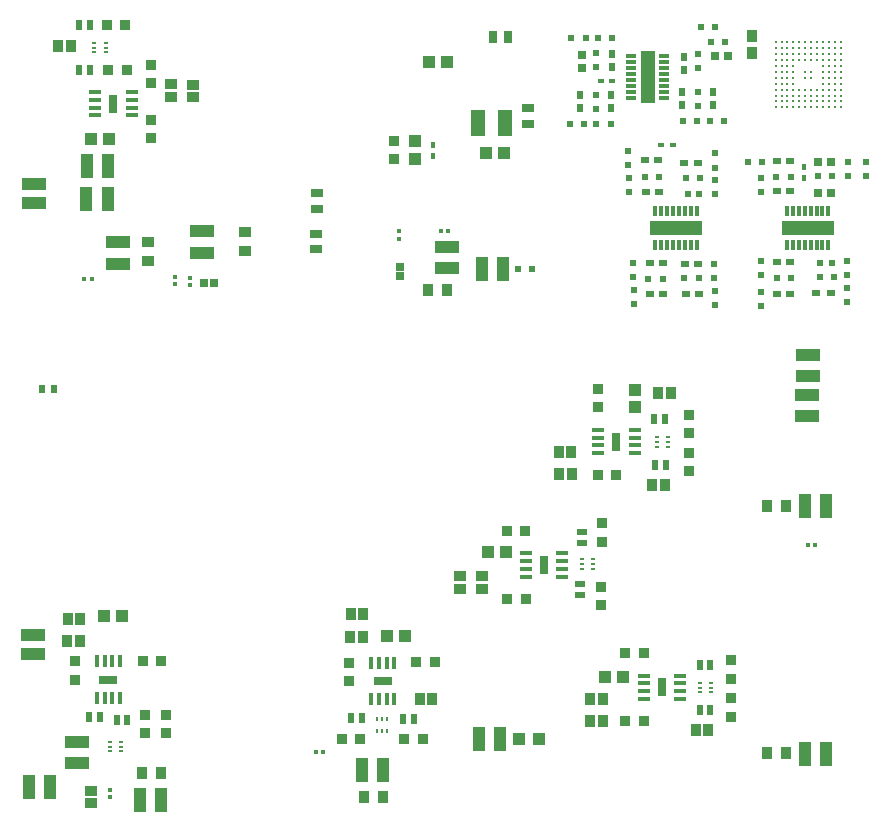
<source format=gbr>
%TF.GenerationSoftware,Altium Limited,Altium Designer,19.1.7 (138)*%
G04 Layer_Color=128*
%FSLAX45Y45*%
%MOMM*%
%TF.FileFunction,Paste,Bot*%
%TF.Part,Single*%
G01*
G75*
%TA.AperFunction,SMDPad,CuDef*%
%ADD13R,0.45000X0.45000*%
%ADD14R,0.69000X1.60000*%
%ADD19R,1.10000X0.80000*%
%ADD28R,0.50000X0.70000*%
%TA.AperFunction,BGAPad,CuDef*%
%ADD90C,0.23000*%
%TA.AperFunction,SMDPad,CuDef*%
%ADD91R,0.90000X0.35000*%
%ADD92R,1.30000X4.40000*%
%ADD93R,4.40000X1.30000*%
%ADD94R,0.35000X0.90000*%
%ADD95R,0.90000X1.00000*%
%ADD96R,1.00000X0.90000*%
%ADD97R,0.45000X0.45000*%
%ADD98R,0.42000X0.40000*%
%ADD99R,0.85000X1.00000*%
%ADD100R,1.00000X0.85000*%
%ADD101R,0.40000X0.42000*%
%ADD102R,0.65000X0.65000*%
%ADD103R,0.65000X0.65000*%
%ADD104R,0.42000X0.22000*%
%ADD105R,0.22000X0.42000*%
%ADD106R,1.00000X0.40000*%
%ADD107R,0.40000X1.00000*%
%ADD108R,1.60000X0.69000*%
%ADD109R,0.90000X0.85000*%
%TA.AperFunction,ConnectorPad*%
%ADD110R,0.90000X1.00000*%
%TA.AperFunction,SMDPad,CuDef*%
%ADD111R,0.85000X0.90000*%
%ADD112R,0.60000X0.85000*%
%TA.AperFunction,ConnectorPad*%
%ADD113R,0.60000X0.55000*%
%ADD114R,0.80000X1.10000*%
%TA.AperFunction,SMDPad,CuDef*%
%ADD115R,0.85000X0.60000*%
%ADD116R,1.00000X1.00000*%
%ADD117R,1.00000X2.00000*%
%ADD118R,2.00000X1.00000*%
%ADD119R,1.05000X1.00000*%
%ADD120R,1.00000X1.00000*%
%ADD121R,0.60000X0.55000*%
%TA.AperFunction,ConnectorPad*%
%ADD122R,0.85000X0.90000*%
%ADD123R,0.60000X0.85000*%
%TA.AperFunction,SMDPad,CuDef*%
%ADD124R,0.40000X0.50000*%
%ADD125R,1.05000X1.10000*%
%ADD126R,1.00000X1.10000*%
%ADD127R,1.19000X2.22000*%
%ADD128R,0.50000X0.40000*%
%ADD129R,0.55000X0.60000*%
%ADD130R,0.66000X0.62000*%
%ADD131R,0.68000X0.74000*%
%ADD132R,0.62000X0.66000*%
%ADD133R,0.74000X0.68000*%
%ADD134R,0.75000X0.62000*%
%TA.AperFunction,ConnectorPad*%
%ADD135R,0.55000X0.60000*%
%TA.AperFunction,SMDPad,CuDef*%
%ADD136R,0.50000X0.50000*%
D13*
X616500Y6787500D02*
D03*
X678500D02*
D03*
X2641000Y2785000D02*
D03*
X2579000D02*
D03*
X6806000Y4540000D02*
D03*
X6744000D02*
D03*
D14*
X862500Y8271649D02*
D03*
X5120000Y5412925D02*
D03*
X4507500Y4367925D02*
D03*
X5507500Y3332500D02*
D03*
D19*
X2580000Y7170000D02*
D03*
Y7040000D02*
D03*
X2585000Y7385000D02*
D03*
Y7515000D02*
D03*
X4375000Y8105000D02*
D03*
Y8235000D02*
D03*
D28*
X362500Y5860000D02*
D03*
X257500D02*
D03*
D90*
X6470000Y8242500D02*
D03*
X6520000D02*
D03*
X6570000D02*
D03*
X6620000D02*
D03*
X6670000D02*
D03*
X6720000D02*
D03*
X6770000D02*
D03*
X6820000D02*
D03*
X6870000D02*
D03*
X6920000D02*
D03*
X6970000D02*
D03*
X7020000D02*
D03*
X6470000Y8292500D02*
D03*
X6520000D02*
D03*
X6570000D02*
D03*
X6620000D02*
D03*
X6670000D02*
D03*
X6720000D02*
D03*
X6770000D02*
D03*
X6820000D02*
D03*
X6870000D02*
D03*
X6920000D02*
D03*
X6970000D02*
D03*
X7020000D02*
D03*
X6470000Y8342500D02*
D03*
X6520000D02*
D03*
X6570000D02*
D03*
X6620000D02*
D03*
X6670000D02*
D03*
X6720000D02*
D03*
X6770000D02*
D03*
X6820000D02*
D03*
X6870000D02*
D03*
X6920000D02*
D03*
X6970000D02*
D03*
X7020000D02*
D03*
X6470000Y8392500D02*
D03*
X6520000D02*
D03*
X6570000D02*
D03*
X6620000D02*
D03*
X6670000D02*
D03*
X6720000D02*
D03*
X6770000D02*
D03*
X6820000D02*
D03*
X6870000D02*
D03*
X6920000D02*
D03*
X6970000D02*
D03*
X7020000D02*
D03*
X6470000Y8442500D02*
D03*
X6520000D02*
D03*
X6570000D02*
D03*
X6620000D02*
D03*
X6870000D02*
D03*
X6920000D02*
D03*
X6970000D02*
D03*
X7020000D02*
D03*
X6470000Y8492500D02*
D03*
X6520000D02*
D03*
X6570000D02*
D03*
X6620000D02*
D03*
X6720000D02*
D03*
X6770000D02*
D03*
X6870000D02*
D03*
X6920000D02*
D03*
X6970000D02*
D03*
X7020000D02*
D03*
X6470000Y8542500D02*
D03*
X6520000D02*
D03*
X6570000D02*
D03*
X6620000D02*
D03*
X6720000D02*
D03*
X6770000D02*
D03*
X6870000D02*
D03*
X6920000D02*
D03*
X6970000D02*
D03*
X7020000D02*
D03*
X6470000Y8592500D02*
D03*
X6520000D02*
D03*
X6570000D02*
D03*
X6620000D02*
D03*
X6870000D02*
D03*
X6920000D02*
D03*
X6970000D02*
D03*
X7020000D02*
D03*
X6470000Y8642500D02*
D03*
X6520000D02*
D03*
X6570000D02*
D03*
X6620000D02*
D03*
X6670000D02*
D03*
X6720000D02*
D03*
X6770000D02*
D03*
X6820000D02*
D03*
X6870000D02*
D03*
X6920000D02*
D03*
X6970000D02*
D03*
X7020000D02*
D03*
X6470000Y8692500D02*
D03*
X6520000D02*
D03*
X6570000D02*
D03*
X6620000D02*
D03*
X6670000D02*
D03*
X6720000D02*
D03*
X6770000D02*
D03*
X6820000D02*
D03*
X6870000D02*
D03*
X6920000D02*
D03*
X6970000D02*
D03*
X7020000D02*
D03*
X6470000Y8742500D02*
D03*
X6520000D02*
D03*
X6570000D02*
D03*
X6620000D02*
D03*
X6670000D02*
D03*
X6720000D02*
D03*
X6770000D02*
D03*
X6820000D02*
D03*
X6870000D02*
D03*
X6920000D02*
D03*
X6970000D02*
D03*
X7020000D02*
D03*
X6470000Y8792500D02*
D03*
X6520000D02*
D03*
X6570000D02*
D03*
X6620000D02*
D03*
X6670000D02*
D03*
X6720000D02*
D03*
X6770000D02*
D03*
X6820000D02*
D03*
X6870000D02*
D03*
X6920000D02*
D03*
X6970000D02*
D03*
X7020000D02*
D03*
D91*
X5242973Y8323204D02*
D03*
Y8373204D02*
D03*
Y8423204D02*
D03*
Y8473204D02*
D03*
Y8523204D02*
D03*
Y8573204D02*
D03*
Y8623204D02*
D03*
Y8673204D02*
D03*
X5527973Y8323204D02*
D03*
Y8373204D02*
D03*
Y8423204D02*
D03*
Y8473204D02*
D03*
Y8523204D02*
D03*
Y8573204D02*
D03*
Y8623204D02*
D03*
Y8673204D02*
D03*
D92*
X5385473Y8498204D02*
D03*
D93*
X5625564Y7220000D02*
D03*
X6741588Y7223213D02*
D03*
D94*
X5800564Y7077500D02*
D03*
X5750564D02*
D03*
X5700564D02*
D03*
X5650564D02*
D03*
X5600564D02*
D03*
X5550564D02*
D03*
X5500564D02*
D03*
X5450564D02*
D03*
X5800564Y7362500D02*
D03*
X5750564D02*
D03*
X5700564D02*
D03*
X5650564D02*
D03*
X5600564D02*
D03*
X5550564D02*
D03*
X5500564D02*
D03*
X5450564D02*
D03*
X6566588Y7365713D02*
D03*
X6616588D02*
D03*
X6666588D02*
D03*
X6716588D02*
D03*
X6766588D02*
D03*
X6816588D02*
D03*
X6866588D02*
D03*
X6916588D02*
D03*
X6566588Y7080713D02*
D03*
X6616588D02*
D03*
X6666588D02*
D03*
X6716588D02*
D03*
X6766588D02*
D03*
X6816588D02*
D03*
X6866588D02*
D03*
X6916588D02*
D03*
D95*
X4743638Y5135925D02*
D03*
X4634638D02*
D03*
X581575Y3725425D02*
D03*
X472575D02*
D03*
X2980362Y3950425D02*
D03*
X2871362D02*
D03*
X4895075Y3045862D02*
D03*
X5004075D02*
D03*
X1267500Y2605425D02*
D03*
X1107500D02*
D03*
X3145000Y2399575D02*
D03*
X2985000D02*
D03*
X3687500Y6692723D02*
D03*
X3527500D02*
D03*
X6557500Y2772500D02*
D03*
X6397500D02*
D03*
X6557075Y4867500D02*
D03*
X6397075D02*
D03*
D96*
X1353850Y8437425D02*
D03*
Y8328425D02*
D03*
X3982500Y4165937D02*
D03*
Y4274937D02*
D03*
X1975000Y7187500D02*
D03*
Y7027500D02*
D03*
X1153951Y7100000D02*
D03*
Y6940000D02*
D03*
D97*
X835000Y2466000D02*
D03*
Y2404000D02*
D03*
D98*
X1387500Y6806000D02*
D03*
Y6744000D02*
D03*
X3282500Y7131500D02*
D03*
Y7193500D02*
D03*
X1509723Y6737500D02*
D03*
Y6797500D02*
D03*
D99*
X4739138Y5325925D02*
D03*
X4634138D02*
D03*
X579575Y3909564D02*
D03*
X474575D02*
D03*
X2973362Y3760426D02*
D03*
X2868362D02*
D03*
X4902075Y3235861D02*
D03*
X5007075D02*
D03*
X501575Y8759648D02*
D03*
X396575D02*
D03*
X5793000Y2972936D02*
D03*
X5898000D02*
D03*
X5582925Y5820000D02*
D03*
X5477925D02*
D03*
X5425000Y5047500D02*
D03*
X5530000D02*
D03*
X3562500Y3236638D02*
D03*
X3457500D02*
D03*
D100*
X1538850Y8435000D02*
D03*
Y8330000D02*
D03*
X3798361Y4167075D02*
D03*
Y4272075D02*
D03*
X677500Y2352500D02*
D03*
Y2457500D02*
D03*
D101*
X3692500Y7192925D02*
D03*
X3632500D02*
D03*
D102*
X1716148Y6757500D02*
D03*
X1634148D02*
D03*
X6830000Y7783202D02*
D03*
X6940000D02*
D03*
X6829299Y7521138D02*
D03*
X6939299D02*
D03*
D103*
X3287500Y6811500D02*
D03*
Y6893500D02*
D03*
D104*
X797500Y8787500D02*
D03*
Y8747500D02*
D03*
Y8707500D02*
D03*
X702500Y8787500D02*
D03*
Y8747500D02*
D03*
Y8707500D02*
D03*
X832500Y2790000D02*
D03*
Y2830000D02*
D03*
Y2870000D02*
D03*
X927500Y2790000D02*
D03*
Y2830000D02*
D03*
Y2870000D02*
D03*
X5922500Y3370000D02*
D03*
Y3330000D02*
D03*
Y3290000D02*
D03*
X5827500Y3370000D02*
D03*
Y3330000D02*
D03*
Y3290000D02*
D03*
X4830000Y4337500D02*
D03*
Y4377500D02*
D03*
Y4417500D02*
D03*
X4925000Y4337500D02*
D03*
Y4377500D02*
D03*
Y4417500D02*
D03*
X5562500Y5450000D02*
D03*
Y5410000D02*
D03*
Y5370000D02*
D03*
X5467500Y5450000D02*
D03*
Y5410000D02*
D03*
Y5370000D02*
D03*
D105*
X3097500Y3060000D02*
D03*
X3137500D02*
D03*
X3177500D02*
D03*
X3097500Y2965000D02*
D03*
X3137500D02*
D03*
X3177500D02*
D03*
D106*
X707500Y8174150D02*
D03*
Y8239150D02*
D03*
Y8304150D02*
D03*
Y8369150D02*
D03*
X1017500Y8174150D02*
D03*
Y8239150D02*
D03*
Y8304150D02*
D03*
Y8369150D02*
D03*
X4965000Y5315425D02*
D03*
Y5380425D02*
D03*
Y5445425D02*
D03*
Y5510425D02*
D03*
X5275000Y5315425D02*
D03*
Y5380425D02*
D03*
Y5445425D02*
D03*
Y5510425D02*
D03*
X4352500Y4270425D02*
D03*
Y4335425D02*
D03*
Y4400425D02*
D03*
Y4465425D02*
D03*
X4662500Y4270425D02*
D03*
Y4335425D02*
D03*
Y4400425D02*
D03*
Y4465425D02*
D03*
X5352500Y3235000D02*
D03*
Y3300000D02*
D03*
Y3365000D02*
D03*
Y3430000D02*
D03*
X5662500Y3235000D02*
D03*
Y3300000D02*
D03*
Y3365000D02*
D03*
Y3430000D02*
D03*
D107*
X917925Y3242500D02*
D03*
X852925D02*
D03*
X787925D02*
D03*
X722925D02*
D03*
X917925Y3552500D02*
D03*
X852925D02*
D03*
X787925D02*
D03*
X722925D02*
D03*
X3242075Y3230000D02*
D03*
X3177075D02*
D03*
X3112075D02*
D03*
X3047075D02*
D03*
X3242075Y3540000D02*
D03*
X3177075D02*
D03*
X3112075D02*
D03*
X3047075D02*
D03*
D108*
X820425Y3397500D02*
D03*
X3144575Y3385000D02*
D03*
D109*
X535000Y3552500D02*
D03*
Y3397500D02*
D03*
X4987500Y4185000D02*
D03*
Y4030000D02*
D03*
X5000000Y4720425D02*
D03*
Y4565425D02*
D03*
X1305000Y2945000D02*
D03*
Y3100000D02*
D03*
X1130425D02*
D03*
Y2945000D02*
D03*
X2859150Y3382500D02*
D03*
Y3537500D02*
D03*
X5735925Y5637500D02*
D03*
Y5482500D02*
D03*
Y5317075D02*
D03*
Y5162075D02*
D03*
X4965000Y5857500D02*
D03*
Y5702500D02*
D03*
X1178425Y8602500D02*
D03*
Y8447500D02*
D03*
X1178425Y7980000D02*
D03*
Y8135000D02*
D03*
X3237500Y7960000D02*
D03*
Y7805000D02*
D03*
X6095925Y3560425D02*
D03*
Y3405425D02*
D03*
Y3240000D02*
D03*
Y3085000D02*
D03*
D110*
X6269575Y8700000D02*
D03*
Y8845000D02*
D03*
D111*
X4352500Y4082500D02*
D03*
X4197500D02*
D03*
X4195000Y4655000D02*
D03*
X4350000D02*
D03*
X1269575Y3555000D02*
D03*
X1114575D02*
D03*
X3582500Y3545000D02*
D03*
X3427500D02*
D03*
X3480425Y2895861D02*
D03*
X3325425D02*
D03*
X2949575Y2890861D02*
D03*
X2794575D02*
D03*
X5197500Y3047075D02*
D03*
X5352500D02*
D03*
X5197500Y3620000D02*
D03*
X5352500D02*
D03*
X5120000Y5127500D02*
D03*
X4965000D02*
D03*
X975000Y8557075D02*
D03*
X820000D02*
D03*
D112*
X2965000Y3072075D02*
D03*
X2875000D02*
D03*
X890000Y3057500D02*
D03*
X980000D02*
D03*
X660000Y3084575D02*
D03*
X750000D02*
D03*
X3316638Y3067500D02*
D03*
X3406638D02*
D03*
X5442500Y5601639D02*
D03*
X5532500D02*
D03*
X663361Y8555861D02*
D03*
X573361D02*
D03*
X5917500Y3138361D02*
D03*
X5827500D02*
D03*
X5827500Y3521638D02*
D03*
X5917500D02*
D03*
X5447500Y5217500D02*
D03*
X5537500D02*
D03*
D113*
X5840000Y8919064D02*
D03*
X5960000D02*
D03*
D114*
X4205000Y8840000D02*
D03*
X4075000D02*
D03*
D115*
X4815861Y4117075D02*
D03*
Y4207075D02*
D03*
X4827500Y4556638D02*
D03*
Y4646638D02*
D03*
D116*
X4182861Y4475862D02*
D03*
X4032861D02*
D03*
X932500Y3932500D02*
D03*
X782500D02*
D03*
X3180000Y3770000D02*
D03*
X3330000D02*
D03*
X5177500Y3420000D02*
D03*
X5027500D02*
D03*
X827500Y7977511D02*
D03*
X677500D02*
D03*
D117*
X1087500Y2375000D02*
D03*
X1267500D02*
D03*
X324575Y2485000D02*
D03*
X144575D02*
D03*
X2965000Y2630000D02*
D03*
X3145000D02*
D03*
X3960000Y2895000D02*
D03*
X4140000D02*
D03*
X3980000Y6872500D02*
D03*
X4160000D02*
D03*
X815000Y7466661D02*
D03*
X635000D02*
D03*
X640000Y7747086D02*
D03*
X820000D02*
D03*
X6897925Y2770000D02*
D03*
X6717925D02*
D03*
X6897500Y4870000D02*
D03*
X6717500D02*
D03*
D118*
X182500Y3615000D02*
D03*
Y3775000D02*
D03*
X3685000Y7062500D02*
D03*
Y6882500D02*
D03*
X1610000Y7012500D02*
D03*
Y7192500D02*
D03*
X904575Y6920000D02*
D03*
Y7100000D02*
D03*
X190000Y7590000D02*
D03*
Y7430000D02*
D03*
X6737925Y5627075D02*
D03*
Y5807075D02*
D03*
X6742500Y5965000D02*
D03*
Y6145000D02*
D03*
X552500Y2692500D02*
D03*
Y2872500D02*
D03*
D119*
X4465000Y2895000D02*
D03*
X4300000D02*
D03*
D120*
X5275000Y5853350D02*
D03*
Y5703350D02*
D03*
X3415000Y7955000D02*
D03*
Y7805000D02*
D03*
D121*
X4288085Y6875000D02*
D03*
X4408085D02*
D03*
X5512500Y6789861D02*
D03*
X5392500D02*
D03*
X5697500Y6793936D02*
D03*
X5817500D02*
D03*
X5072973Y8097480D02*
D03*
X4952973D02*
D03*
X5805000Y8125362D02*
D03*
X5685000D02*
D03*
X4844728Y8097480D02*
D03*
X4724728D02*
D03*
X6030745Y8127500D02*
D03*
X5910745D02*
D03*
X5087973Y8830142D02*
D03*
X4967973D02*
D03*
X4860473Y8828003D02*
D03*
X4740473D02*
D03*
X6045000Y8798638D02*
D03*
X5925000D02*
D03*
X5481915Y7655425D02*
D03*
X5361915D02*
D03*
X5710000Y7642063D02*
D03*
X5830000D02*
D03*
X6354116Y7777500D02*
D03*
X6234116D02*
D03*
X6596915Y7656277D02*
D03*
X6476915D02*
D03*
X6477500Y6797149D02*
D03*
X6597500D02*
D03*
X6826799Y7657776D02*
D03*
X6946799D02*
D03*
X6962500Y6808149D02*
D03*
X6842500D02*
D03*
D122*
X810000Y8937925D02*
D03*
X965000D02*
D03*
D123*
X572075Y8940000D02*
D03*
X662075D02*
D03*
D124*
X3570000Y7830000D02*
D03*
Y7925000D02*
D03*
X6710000Y7645000D02*
D03*
Y7740000D02*
D03*
D125*
X3535000Y8627500D02*
D03*
X3685000D02*
D03*
D126*
X4020000Y7855862D02*
D03*
X4170000D02*
D03*
D127*
X4176000Y8110000D02*
D03*
X3954000D02*
D03*
D128*
X5083834Y8463204D02*
D03*
X4988834D02*
D03*
X5597500Y7920425D02*
D03*
X5502500D02*
D03*
D129*
X5267500Y6696755D02*
D03*
Y6576755D02*
D03*
X5265362Y6922500D02*
D03*
Y6802500D02*
D03*
X5960000Y6685000D02*
D03*
Y6565000D02*
D03*
X5952138Y6920000D02*
D03*
Y6800000D02*
D03*
X4952409Y8347500D02*
D03*
Y8227500D02*
D03*
X5811537Y8252500D02*
D03*
Y8372500D02*
D03*
X4952409Y8580503D02*
D03*
Y8700503D02*
D03*
X5815425Y8692500D02*
D03*
Y8572500D02*
D03*
X5225000Y7527500D02*
D03*
Y7647500D02*
D03*
X5222500Y7755000D02*
D03*
Y7875000D02*
D03*
X5954138Y7507500D02*
D03*
Y7627500D02*
D03*
X5955000Y7733245D02*
D03*
Y7853245D02*
D03*
X6342500Y7527500D02*
D03*
Y7647500D02*
D03*
X6344088Y6820713D02*
D03*
Y6940713D02*
D03*
X6342862Y6560000D02*
D03*
Y6680000D02*
D03*
X7080000Y7662500D02*
D03*
Y7782500D02*
D03*
X7077500Y6824628D02*
D03*
Y6944628D02*
D03*
X7076611Y6594968D02*
D03*
Y6714968D02*
D03*
D130*
X5402500Y6925000D02*
D03*
X5512500D02*
D03*
X5514638Y6660000D02*
D03*
X5404638D02*
D03*
X5817500Y6658797D02*
D03*
X5707500D02*
D03*
X5705000Y6919361D02*
D03*
X5815000D02*
D03*
X6483915Y7791415D02*
D03*
X6593915D02*
D03*
X6480000Y6665000D02*
D03*
X6590000D02*
D03*
Y7530852D02*
D03*
X6480000D02*
D03*
X6591227Y6932288D02*
D03*
X6481227D02*
D03*
X5470000Y7795000D02*
D03*
X5360000D02*
D03*
X5478915Y7530000D02*
D03*
X5368915D02*
D03*
D131*
X4826983Y8686865D02*
D03*
Y8576864D02*
D03*
D132*
X5936962Y8265000D02*
D03*
Y8375000D02*
D03*
X4817270Y8235000D02*
D03*
Y8345000D02*
D03*
X5077834Y8347119D02*
D03*
Y8237119D02*
D03*
X5676398Y8372500D02*
D03*
Y8262500D02*
D03*
X5087547Y8583003D02*
D03*
Y8693003D02*
D03*
X5690000Y8562500D02*
D03*
Y8672500D02*
D03*
D133*
X6066564Y8673213D02*
D03*
X5956564D02*
D03*
D134*
X5692500Y7767489D02*
D03*
X5812500D02*
D03*
X6814972Y6670000D02*
D03*
X6934972D02*
D03*
D135*
X7237500Y7777500D02*
D03*
Y7657500D02*
D03*
D136*
X5825000Y7512925D02*
D03*
X5725000D02*
D03*
X6947500Y6928574D02*
D03*
X6847500D02*
D03*
%TF.MD5,76ca8f85a07b42e1afe89e1f437d545f*%
M02*

</source>
